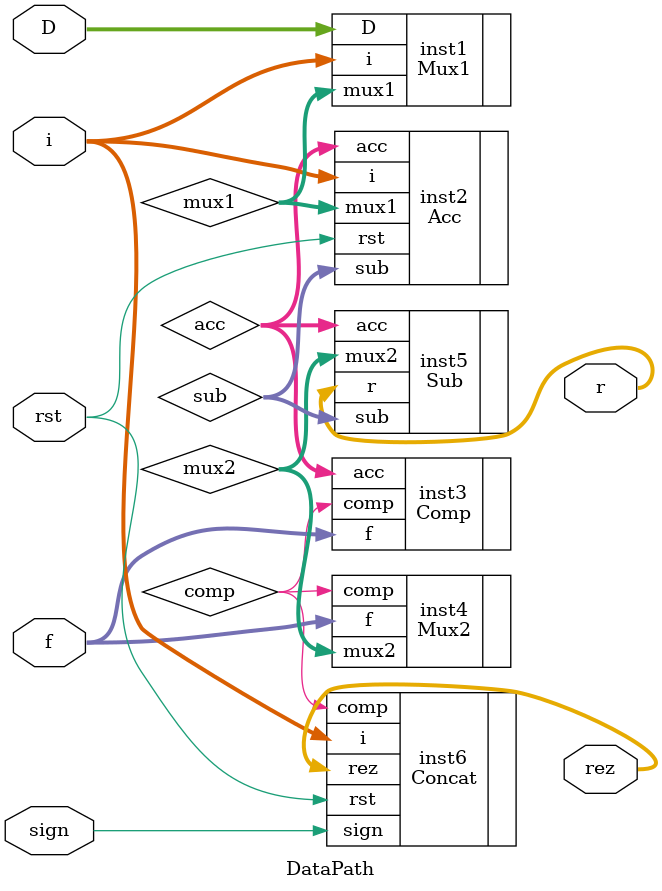
<source format=v>
module DataPath(
  input signed [31:0] D,
  input [3:0] i,
  input rst,sign,
  input signed [32:0] f,
  output signed [10:0] rez,
  output signed [32:0] r
);

wire [2:0] mux1;                  //iesirea primului multiplexor
wire signed [32:0] acc;            //iesirea acumulatorului
wire comp;                        //iesirea comparatorului
wire signed [32:0] mux2;
wire signed [32:0] sub;


Mux1 inst1(.D(D), .i(i), .mux1(mux1));
Acc inst2(.sub(sub), .mux1(mux1), .rst(rst), .i(i), .acc(acc));
Comp inst3(.acc(acc), .f(f), .comp(comp));
Mux2 inst4(.f(f), .comp(comp), .mux2(mux2));
Sub inst5(.acc(acc), .mux2(mux2), .sub(sub), .r(r));
Concat inst6(.comp(comp), .i(i), .rst(rst), .sign(sign), .rez(rez));

endmodule

</source>
